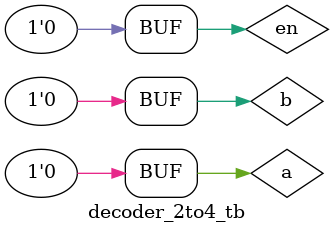
<source format=v>
module decoder_2to4_tb();

reg a,b,en;

decoder_2to4 DUT(a,b,en, out);
initial 
begin

{a,b}=2'b00; en=1'b1;
#50 {a,b}=2'b10;en=1'b1;
#50 {a,b}=2'b11;en=1'b1;
#50 {a,b}=2'b01;en=1'b1;

#50 {a,b}=2'b11;en=1'b0;
#50 {a,b}=2'b00; en=1'b0;

end

endmodule

</source>
